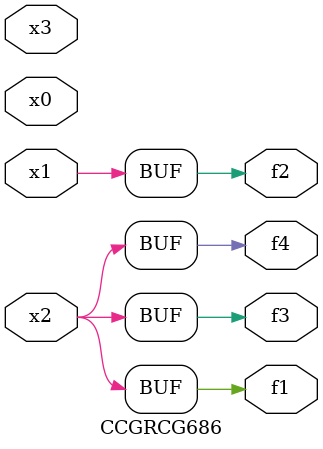
<source format=v>
module CCGRCG686(
	input x0, x1, x2, x3,
	output f1, f2, f3, f4
);
	assign f1 = x2;
	assign f2 = x1;
	assign f3 = x2;
	assign f4 = x2;
endmodule

</source>
